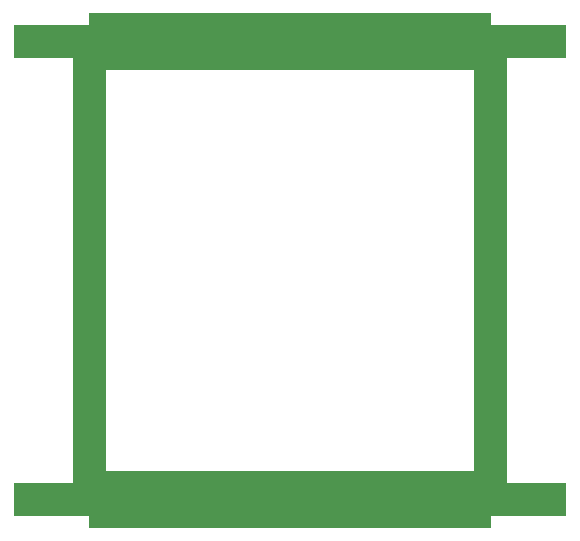
<source format=gbr>
G04 AWR Design Environment 16.0 *
G04 RS274-X Output Version 0.1 *
%FSLAX36Y36*%
%MOMM*%
%SFA1B1*%
%ADD10C,.010*%

G36*
X-6655000Y-14200000D02*
X24545000D01*
Y-9400000D01*
X-6655000D01*
Y-14200000D01*
G37*
G36*
X-6655000Y-9400000D02*
Y24600000D01*
X-9445000D01*
Y-9400000D01*
X-6655000D01*
G37*
G36*
X-6655000Y24600000D02*
X24545000D01*
Y29400000D01*
X-6655000D01*
Y24600000D01*
G37*
G36*
X24545000Y24600000D02*
Y-9400000D01*
X27335000D01*
Y24600000D01*
X24545000D01*
G37*
G36*
X27335000Y-9400000D02*
Y-13195000D01*
X25940000D01*
Y-14200000D01*
X24545000D01*
Y-9400000D01*
X27335000D01*
G37*
G36*
X24545000Y24600000D02*
Y29400000D01*
X25940000D01*
Y28395000D01*
X27335000D01*
Y24600000D01*
X24545000D01*
G37*
G36*
X-9445000Y24600000D02*
Y28395000D01*
X-8050000D01*
Y29400000D01*
X-6655000D01*
Y24600000D01*
X-9445000D01*
G37*
G36*
X-6655000Y-9400000D02*
Y-14200000D01*
X-8050000D01*
Y-13195000D01*
X-9445000D01*
Y-9400000D01*
X-6655000D01*
G37*
G36*
X27335000Y25605000D02*
X32335000D01*
Y28395000D01*
X27335000D01*
Y25605000D01*
G37*
G36*
X27335000Y-13195000D02*
X32335000D01*
Y-10405000D01*
X27335000D01*
Y-13195000D01*
G37*
G36*
X-14445000Y-13195000D02*
X-9445000D01*
Y-10405000D01*
X-14445000D01*
Y-13195000D01*
G37*
G36*
X-14445000Y25605000D02*
X-9445000D01*
Y28395000D01*
X-14445000D01*
Y25605000D01*
G37*
M02*
G04 End of Data *

</source>
